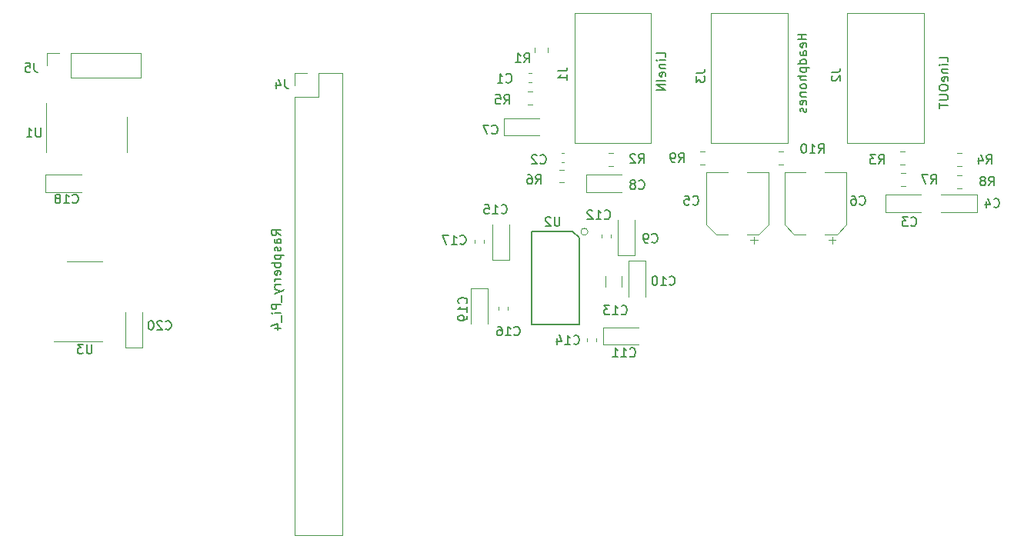
<source format=gbr>
%TF.GenerationSoftware,KiCad,Pcbnew,5.1.6-c6e7f7d~87~ubuntu18.04.1*%
%TF.CreationDate,2021-03-30T09:08:54+02:00*%
%TF.ProjectId,bz-hat,627a2d68-6174-42e6-9b69-6361645f7063,rev?*%
%TF.SameCoordinates,Original*%
%TF.FileFunction,Legend,Bot*%
%TF.FilePolarity,Positive*%
%FSLAX46Y46*%
G04 Gerber Fmt 4.6, Leading zero omitted, Abs format (unit mm)*
G04 Created by KiCad (PCBNEW 5.1.6-c6e7f7d~87~ubuntu18.04.1) date 2021-03-30 09:08:54*
%MOMM*%
%LPD*%
G01*
G04 APERTURE LIST*
%ADD10C,0.120000*%
%ADD11C,0.100000*%
%ADD12C,0.203200*%
%ADD13C,0.150000*%
G04 APERTURE END LIST*
D10*
%TO.C,C19*%
X149245000Y-79640000D02*
X149245000Y-75730000D01*
X149245000Y-75730000D02*
X151115000Y-75730000D01*
X151115000Y-75730000D02*
X151115000Y-79640000D01*
%TO.C,C14*%
X163110000Y-81237221D02*
X163110000Y-81562779D01*
X162090000Y-81237221D02*
X162090000Y-81562779D01*
%TO.C,U3*%
X106800000Y-81635000D02*
X103350000Y-81635000D01*
X106800000Y-81635000D02*
X108750000Y-81635000D01*
X106800000Y-72765000D02*
X104850000Y-72765000D01*
X106800000Y-72765000D02*
X108750000Y-72765000D01*
%TO.C,U1*%
X102565000Y-58800000D02*
X102565000Y-55350000D01*
X102565000Y-58800000D02*
X102565000Y-60750000D01*
X111435000Y-58800000D02*
X111435000Y-56850000D01*
X111435000Y-58800000D02*
X111435000Y-60750000D01*
%TO.C,C20*%
X113135000Y-78400000D02*
X113135000Y-82310000D01*
X113135000Y-82310000D02*
X111265000Y-82310000D01*
X111265000Y-82310000D02*
X111265000Y-78400000D01*
%TO.C,C18*%
X106400000Y-65135000D02*
X102490000Y-65135000D01*
X102490000Y-65135000D02*
X102490000Y-63265000D01*
X102490000Y-63265000D02*
X106400000Y-63265000D01*
%TO.C,C13*%
X164090000Y-74397936D02*
X164090000Y-75602064D01*
X165910000Y-74397936D02*
X165910000Y-75602064D01*
%TO.C,J4*%
X129900000Y-102960000D02*
X135100000Y-102960000D01*
X129900000Y-54640000D02*
X129900000Y-102960000D01*
X135100000Y-52040000D02*
X135100000Y-102960000D01*
X129900000Y-54640000D02*
X132500000Y-54640000D01*
X132500000Y-54640000D02*
X132500000Y-52040000D01*
X132500000Y-52040000D02*
X135100000Y-52040000D01*
X129900000Y-53370000D02*
X129900000Y-52040000D01*
X129900000Y-52040000D02*
X131230000Y-52040000D01*
%TO.C,J3*%
X175980000Y-45480000D02*
X175680000Y-45480000D01*
X175680000Y-45480000D02*
X175680000Y-59720000D01*
X175680000Y-59720000D02*
X184120000Y-59720000D01*
X184120000Y-59720000D02*
X184120000Y-45490000D01*
D11*
X184120000Y-45480000D02*
X182220000Y-45480000D01*
D10*
X182210000Y-45480000D02*
X175980000Y-45480000D01*
%TO.C,J2*%
X190980000Y-45480000D02*
X190680000Y-45480000D01*
X190680000Y-45480000D02*
X190680000Y-59720000D01*
X190680000Y-59720000D02*
X199120000Y-59720000D01*
X199120000Y-59720000D02*
X199120000Y-45490000D01*
D11*
X199120000Y-45480000D02*
X197220000Y-45480000D01*
D10*
X197210000Y-45480000D02*
X190980000Y-45480000D01*
%TO.C,J1*%
X160980000Y-45480000D02*
X160680000Y-45480000D01*
X160680000Y-45480000D02*
X160680000Y-59720000D01*
X160680000Y-59720000D02*
X169120000Y-59720000D01*
X169120000Y-59720000D02*
X169120000Y-45490000D01*
D11*
X169120000Y-45480000D02*
X167220000Y-45480000D01*
D10*
X167210000Y-45480000D02*
X160980000Y-45480000D01*
%TO.C,C15*%
X151665000Y-72660000D02*
X151665000Y-68750000D01*
X153535000Y-72660000D02*
X151665000Y-72660000D01*
X153535000Y-68750000D02*
X153535000Y-72660000D01*
%TO.C,C11*%
X163840000Y-80065000D02*
X167750000Y-80065000D01*
X163840000Y-81935000D02*
X163840000Y-80065000D01*
X167750000Y-81935000D02*
X163840000Y-81935000D01*
%TO.C,C1*%
X155962779Y-53110000D02*
X155637221Y-53110000D01*
X155962779Y-52090000D02*
X155637221Y-52090000D01*
%TO.C,R4*%
X202803922Y-60890000D02*
X203321078Y-60890000D01*
X202803922Y-62310000D02*
X203321078Y-62310000D01*
%TO.C,C9*%
X165465000Y-72110000D02*
X165465000Y-68200000D01*
X167335000Y-72110000D02*
X165465000Y-72110000D01*
X167335000Y-68200000D02*
X167335000Y-72110000D01*
%TO.C,C16*%
X152290000Y-78150279D02*
X152290000Y-77824721D01*
X153310000Y-78150279D02*
X153310000Y-77824721D01*
%TO.C,R7*%
X197121078Y-64510000D02*
X196603922Y-64510000D01*
X197121078Y-63090000D02*
X196603922Y-63090000D01*
%TO.C,R6*%
X159003922Y-62690000D02*
X159521078Y-62690000D01*
X159003922Y-64110000D02*
X159521078Y-64110000D01*
D11*
%TO.C,U2*%
X162156000Y-69520000D02*
G75*
G03*
X162156000Y-69520000I-381000J0D01*
G01*
D12*
X156000000Y-79700000D02*
X156000000Y-69500000D01*
X161200000Y-79700000D02*
X156000000Y-79700000D01*
X161200000Y-70210380D02*
X161200000Y-79700000D01*
X160489630Y-69500000D02*
X161200000Y-70210380D01*
X156000000Y-69500000D02*
X160489630Y-69500000D01*
D10*
%TO.C,J5*%
X102650000Y-49870000D02*
X102650000Y-51200000D01*
X103980000Y-49870000D02*
X102650000Y-49870000D01*
X105250000Y-49870000D02*
X105250000Y-52530000D01*
X105250000Y-52530000D02*
X112930000Y-52530000D01*
X105250000Y-49870000D02*
X112930000Y-49870000D01*
X112930000Y-49870000D02*
X112930000Y-52530000D01*
%TO.C,R1*%
X157710000Y-49278922D02*
X157710000Y-49796078D01*
X156290000Y-49278922D02*
X156290000Y-49796078D01*
%TO.C,R9*%
X175058578Y-62110000D02*
X174541422Y-62110000D01*
X175058578Y-60690000D02*
X174541422Y-60690000D01*
%TO.C,C2*%
X159562779Y-61910000D02*
X159237221Y-61910000D01*
X159562779Y-60890000D02*
X159237221Y-60890000D01*
%TO.C,R10*%
X183141422Y-60690000D02*
X183658578Y-60690000D01*
X183141422Y-62110000D02*
X183658578Y-62110000D01*
%TO.C,C10*%
X168535000Y-72740000D02*
X168535000Y-76650000D01*
X166665000Y-72740000D02*
X168535000Y-72740000D01*
X166665000Y-76650000D02*
X166665000Y-72740000D01*
%TO.C,R5*%
X155541422Y-54090000D02*
X156058578Y-54090000D01*
X155541422Y-55510000D02*
X156058578Y-55510000D01*
%TO.C,C6*%
X189441250Y-70443750D02*
X188653750Y-70443750D01*
X189047500Y-70837500D02*
X189047500Y-70050000D01*
X184854437Y-69810000D02*
X183790000Y-68745563D01*
X189545563Y-69810000D02*
X190610000Y-68745563D01*
X189545563Y-69810000D02*
X188260000Y-69810000D01*
X184854437Y-69810000D02*
X186140000Y-69810000D01*
X183790000Y-68745563D02*
X183790000Y-62990000D01*
X190610000Y-68745563D02*
X190610000Y-62990000D01*
X190610000Y-62990000D02*
X188260000Y-62990000D01*
X183790000Y-62990000D02*
X186140000Y-62990000D01*
%TO.C,C3*%
X194940000Y-65465000D02*
X198850000Y-65465000D01*
X194940000Y-67335000D02*
X194940000Y-65465000D01*
X198850000Y-67335000D02*
X194940000Y-67335000D01*
%TO.C,C7*%
X152940000Y-57065000D02*
X156850000Y-57065000D01*
X152940000Y-58935000D02*
X152940000Y-57065000D01*
X156850000Y-58935000D02*
X152940000Y-58935000D01*
%TO.C,C17*%
X150710000Y-70437221D02*
X150710000Y-70762779D01*
X149690000Y-70437221D02*
X149690000Y-70762779D01*
%TO.C,R3*%
X197058578Y-62110000D02*
X196541422Y-62110000D01*
X197058578Y-60690000D02*
X196541422Y-60690000D01*
%TO.C,C8*%
X161940000Y-63265000D02*
X165850000Y-63265000D01*
X161940000Y-65135000D02*
X161940000Y-63265000D01*
X165850000Y-65135000D02*
X161940000Y-65135000D01*
%TO.C,C5*%
X180841250Y-70443750D02*
X180053750Y-70443750D01*
X180447500Y-70837500D02*
X180447500Y-70050000D01*
X176254437Y-69810000D02*
X175190000Y-68745563D01*
X180945563Y-69810000D02*
X182010000Y-68745563D01*
X180945563Y-69810000D02*
X179660000Y-69810000D01*
X176254437Y-69810000D02*
X177540000Y-69810000D01*
X175190000Y-68745563D02*
X175190000Y-62990000D01*
X182010000Y-68745563D02*
X182010000Y-62990000D01*
X182010000Y-62990000D02*
X179660000Y-62990000D01*
X175190000Y-62990000D02*
X177540000Y-62990000D01*
%TO.C,R2*%
X164921078Y-62310000D02*
X164403922Y-62310000D01*
X164921078Y-60890000D02*
X164403922Y-60890000D01*
%TO.C,C12*%
X163690000Y-70162779D02*
X163690000Y-69837221D01*
X164710000Y-70162779D02*
X164710000Y-69837221D01*
%TO.C,R8*%
X202803922Y-63290000D02*
X203321078Y-63290000D01*
X202803922Y-64710000D02*
X203321078Y-64710000D01*
%TO.C,C4*%
X204960000Y-67335000D02*
X201050000Y-67335000D01*
X204960000Y-65465000D02*
X204960000Y-67335000D01*
X201050000Y-65465000D02*
X204960000Y-65465000D01*
%TO.C,C19*%
D13*
X148787142Y-77397142D02*
X148834761Y-77349523D01*
X148882380Y-77206666D01*
X148882380Y-77111428D01*
X148834761Y-76968571D01*
X148739523Y-76873333D01*
X148644285Y-76825714D01*
X148453809Y-76778095D01*
X148310952Y-76778095D01*
X148120476Y-76825714D01*
X148025238Y-76873333D01*
X147930000Y-76968571D01*
X147882380Y-77111428D01*
X147882380Y-77206666D01*
X147930000Y-77349523D01*
X147977619Y-77397142D01*
X148882380Y-78349523D02*
X148882380Y-77778095D01*
X148882380Y-78063809D02*
X147882380Y-78063809D01*
X148025238Y-77968571D01*
X148120476Y-77873333D01*
X148168095Y-77778095D01*
X148882380Y-78825714D02*
X148882380Y-79016190D01*
X148834761Y-79111428D01*
X148787142Y-79159047D01*
X148644285Y-79254285D01*
X148453809Y-79301904D01*
X148072857Y-79301904D01*
X147977619Y-79254285D01*
X147930000Y-79206666D01*
X147882380Y-79111428D01*
X147882380Y-78920952D01*
X147930000Y-78825714D01*
X147977619Y-78778095D01*
X148072857Y-78730476D01*
X148310952Y-78730476D01*
X148406190Y-78778095D01*
X148453809Y-78825714D01*
X148501428Y-78920952D01*
X148501428Y-79111428D01*
X148453809Y-79206666D01*
X148406190Y-79254285D01*
X148310952Y-79301904D01*
%TO.C,C14*%
X160602857Y-81827142D02*
X160650476Y-81874761D01*
X160793333Y-81922380D01*
X160888571Y-81922380D01*
X161031428Y-81874761D01*
X161126666Y-81779523D01*
X161174285Y-81684285D01*
X161221904Y-81493809D01*
X161221904Y-81350952D01*
X161174285Y-81160476D01*
X161126666Y-81065238D01*
X161031428Y-80970000D01*
X160888571Y-80922380D01*
X160793333Y-80922380D01*
X160650476Y-80970000D01*
X160602857Y-81017619D01*
X159650476Y-81922380D02*
X160221904Y-81922380D01*
X159936190Y-81922380D02*
X159936190Y-80922380D01*
X160031428Y-81065238D01*
X160126666Y-81160476D01*
X160221904Y-81208095D01*
X158793333Y-81255714D02*
X158793333Y-81922380D01*
X159031428Y-80874761D02*
X159269523Y-81589047D01*
X158650476Y-81589047D01*
%TO.C,U3*%
X107561904Y-81932380D02*
X107561904Y-82741904D01*
X107514285Y-82837142D01*
X107466666Y-82884761D01*
X107371428Y-82932380D01*
X107180952Y-82932380D01*
X107085714Y-82884761D01*
X107038095Y-82837142D01*
X106990476Y-82741904D01*
X106990476Y-81932380D01*
X106609523Y-81932380D02*
X105990476Y-81932380D01*
X106323809Y-82313333D01*
X106180952Y-82313333D01*
X106085714Y-82360952D01*
X106038095Y-82408571D01*
X105990476Y-82503809D01*
X105990476Y-82741904D01*
X106038095Y-82837142D01*
X106085714Y-82884761D01*
X106180952Y-82932380D01*
X106466666Y-82932380D01*
X106561904Y-82884761D01*
X106609523Y-82837142D01*
%TO.C,U1*%
X101961904Y-58102380D02*
X101961904Y-58911904D01*
X101914285Y-59007142D01*
X101866666Y-59054761D01*
X101771428Y-59102380D01*
X101580952Y-59102380D01*
X101485714Y-59054761D01*
X101438095Y-59007142D01*
X101390476Y-58911904D01*
X101390476Y-58102380D01*
X100390476Y-59102380D02*
X100961904Y-59102380D01*
X100676190Y-59102380D02*
X100676190Y-58102380D01*
X100771428Y-58245238D01*
X100866666Y-58340476D01*
X100961904Y-58388095D01*
%TO.C,C20*%
X115692857Y-80227142D02*
X115740476Y-80274761D01*
X115883333Y-80322380D01*
X115978571Y-80322380D01*
X116121428Y-80274761D01*
X116216666Y-80179523D01*
X116264285Y-80084285D01*
X116311904Y-79893809D01*
X116311904Y-79750952D01*
X116264285Y-79560476D01*
X116216666Y-79465238D01*
X116121428Y-79370000D01*
X115978571Y-79322380D01*
X115883333Y-79322380D01*
X115740476Y-79370000D01*
X115692857Y-79417619D01*
X115311904Y-79417619D02*
X115264285Y-79370000D01*
X115169047Y-79322380D01*
X114930952Y-79322380D01*
X114835714Y-79370000D01*
X114788095Y-79417619D01*
X114740476Y-79512857D01*
X114740476Y-79608095D01*
X114788095Y-79750952D01*
X115359523Y-80322380D01*
X114740476Y-80322380D01*
X114121428Y-79322380D02*
X114026190Y-79322380D01*
X113930952Y-79370000D01*
X113883333Y-79417619D01*
X113835714Y-79512857D01*
X113788095Y-79703333D01*
X113788095Y-79941428D01*
X113835714Y-80131904D01*
X113883333Y-80227142D01*
X113930952Y-80274761D01*
X114026190Y-80322380D01*
X114121428Y-80322380D01*
X114216666Y-80274761D01*
X114264285Y-80227142D01*
X114311904Y-80131904D01*
X114359523Y-79941428D01*
X114359523Y-79703333D01*
X114311904Y-79512857D01*
X114264285Y-79417619D01*
X114216666Y-79370000D01*
X114121428Y-79322380D01*
%TO.C,C18*%
X105442857Y-66307142D02*
X105490476Y-66354761D01*
X105633333Y-66402380D01*
X105728571Y-66402380D01*
X105871428Y-66354761D01*
X105966666Y-66259523D01*
X106014285Y-66164285D01*
X106061904Y-65973809D01*
X106061904Y-65830952D01*
X106014285Y-65640476D01*
X105966666Y-65545238D01*
X105871428Y-65450000D01*
X105728571Y-65402380D01*
X105633333Y-65402380D01*
X105490476Y-65450000D01*
X105442857Y-65497619D01*
X104490476Y-66402380D02*
X105061904Y-66402380D01*
X104776190Y-66402380D02*
X104776190Y-65402380D01*
X104871428Y-65545238D01*
X104966666Y-65640476D01*
X105061904Y-65688095D01*
X103919047Y-65830952D02*
X104014285Y-65783333D01*
X104061904Y-65735714D01*
X104109523Y-65640476D01*
X104109523Y-65592857D01*
X104061904Y-65497619D01*
X104014285Y-65450000D01*
X103919047Y-65402380D01*
X103728571Y-65402380D01*
X103633333Y-65450000D01*
X103585714Y-65497619D01*
X103538095Y-65592857D01*
X103538095Y-65640476D01*
X103585714Y-65735714D01*
X103633333Y-65783333D01*
X103728571Y-65830952D01*
X103919047Y-65830952D01*
X104014285Y-65878571D01*
X104061904Y-65926190D01*
X104109523Y-66021428D01*
X104109523Y-66211904D01*
X104061904Y-66307142D01*
X104014285Y-66354761D01*
X103919047Y-66402380D01*
X103728571Y-66402380D01*
X103633333Y-66354761D01*
X103585714Y-66307142D01*
X103538095Y-66211904D01*
X103538095Y-66021428D01*
X103585714Y-65926190D01*
X103633333Y-65878571D01*
X103728571Y-65830952D01*
%TO.C,C13*%
X165842857Y-78557142D02*
X165890476Y-78604761D01*
X166033333Y-78652380D01*
X166128571Y-78652380D01*
X166271428Y-78604761D01*
X166366666Y-78509523D01*
X166414285Y-78414285D01*
X166461904Y-78223809D01*
X166461904Y-78080952D01*
X166414285Y-77890476D01*
X166366666Y-77795238D01*
X166271428Y-77700000D01*
X166128571Y-77652380D01*
X166033333Y-77652380D01*
X165890476Y-77700000D01*
X165842857Y-77747619D01*
X164890476Y-78652380D02*
X165461904Y-78652380D01*
X165176190Y-78652380D02*
X165176190Y-77652380D01*
X165271428Y-77795238D01*
X165366666Y-77890476D01*
X165461904Y-77938095D01*
X164557142Y-77652380D02*
X163938095Y-77652380D01*
X164271428Y-78033333D01*
X164128571Y-78033333D01*
X164033333Y-78080952D01*
X163985714Y-78128571D01*
X163938095Y-78223809D01*
X163938095Y-78461904D01*
X163985714Y-78557142D01*
X164033333Y-78604761D01*
X164128571Y-78652380D01*
X164414285Y-78652380D01*
X164509523Y-78604761D01*
X164557142Y-78557142D01*
%TO.C,J4*%
X128793333Y-52742380D02*
X128793333Y-53456666D01*
X128840952Y-53599523D01*
X128936190Y-53694761D01*
X129079047Y-53742380D01*
X129174285Y-53742380D01*
X127888571Y-53075714D02*
X127888571Y-53742380D01*
X128126666Y-52694761D02*
X128364761Y-53409047D01*
X127745714Y-53409047D01*
X128352380Y-69932857D02*
X127876190Y-69599523D01*
X128352380Y-69361428D02*
X127352380Y-69361428D01*
X127352380Y-69742380D01*
X127400000Y-69837619D01*
X127447619Y-69885238D01*
X127542857Y-69932857D01*
X127685714Y-69932857D01*
X127780952Y-69885238D01*
X127828571Y-69837619D01*
X127876190Y-69742380D01*
X127876190Y-69361428D01*
X128352380Y-70790000D02*
X127828571Y-70790000D01*
X127733333Y-70742380D01*
X127685714Y-70647142D01*
X127685714Y-70456666D01*
X127733333Y-70361428D01*
X128304761Y-70790000D02*
X128352380Y-70694761D01*
X128352380Y-70456666D01*
X128304761Y-70361428D01*
X128209523Y-70313809D01*
X128114285Y-70313809D01*
X128019047Y-70361428D01*
X127971428Y-70456666D01*
X127971428Y-70694761D01*
X127923809Y-70790000D01*
X128304761Y-71218571D02*
X128352380Y-71313809D01*
X128352380Y-71504285D01*
X128304761Y-71599523D01*
X128209523Y-71647142D01*
X128161904Y-71647142D01*
X128066666Y-71599523D01*
X128019047Y-71504285D01*
X128019047Y-71361428D01*
X127971428Y-71266190D01*
X127876190Y-71218571D01*
X127828571Y-71218571D01*
X127733333Y-71266190D01*
X127685714Y-71361428D01*
X127685714Y-71504285D01*
X127733333Y-71599523D01*
X127685714Y-72075714D02*
X128685714Y-72075714D01*
X127733333Y-72075714D02*
X127685714Y-72170952D01*
X127685714Y-72361428D01*
X127733333Y-72456666D01*
X127780952Y-72504285D01*
X127876190Y-72551904D01*
X128161904Y-72551904D01*
X128257142Y-72504285D01*
X128304761Y-72456666D01*
X128352380Y-72361428D01*
X128352380Y-72170952D01*
X128304761Y-72075714D01*
X128352380Y-72980476D02*
X127352380Y-72980476D01*
X127733333Y-72980476D02*
X127685714Y-73075714D01*
X127685714Y-73266190D01*
X127733333Y-73361428D01*
X127780952Y-73409047D01*
X127876190Y-73456666D01*
X128161904Y-73456666D01*
X128257142Y-73409047D01*
X128304761Y-73361428D01*
X128352380Y-73266190D01*
X128352380Y-73075714D01*
X128304761Y-72980476D01*
X128304761Y-74266190D02*
X128352380Y-74170952D01*
X128352380Y-73980476D01*
X128304761Y-73885238D01*
X128209523Y-73837619D01*
X127828571Y-73837619D01*
X127733333Y-73885238D01*
X127685714Y-73980476D01*
X127685714Y-74170952D01*
X127733333Y-74266190D01*
X127828571Y-74313809D01*
X127923809Y-74313809D01*
X128019047Y-73837619D01*
X128352380Y-74742380D02*
X127685714Y-74742380D01*
X127876190Y-74742380D02*
X127780952Y-74790000D01*
X127733333Y-74837619D01*
X127685714Y-74932857D01*
X127685714Y-75028095D01*
X128352380Y-75361428D02*
X127685714Y-75361428D01*
X127876190Y-75361428D02*
X127780952Y-75409047D01*
X127733333Y-75456666D01*
X127685714Y-75551904D01*
X127685714Y-75647142D01*
X127685714Y-75885238D02*
X128352380Y-76123333D01*
X127685714Y-76361428D02*
X128352380Y-76123333D01*
X128590476Y-76028095D01*
X128638095Y-75980476D01*
X128685714Y-75885238D01*
X128447619Y-76504285D02*
X128447619Y-77266190D01*
X128352380Y-77504285D02*
X127352380Y-77504285D01*
X127352380Y-77885238D01*
X127400000Y-77980476D01*
X127447619Y-78028095D01*
X127542857Y-78075714D01*
X127685714Y-78075714D01*
X127780952Y-78028095D01*
X127828571Y-77980476D01*
X127876190Y-77885238D01*
X127876190Y-77504285D01*
X128352380Y-78504285D02*
X127685714Y-78504285D01*
X127352380Y-78504285D02*
X127400000Y-78456666D01*
X127447619Y-78504285D01*
X127400000Y-78551904D01*
X127352380Y-78504285D01*
X127447619Y-78504285D01*
X128447619Y-78742380D02*
X128447619Y-79504285D01*
X127685714Y-80170952D02*
X128352380Y-80170952D01*
X127304761Y-79932857D02*
X128019047Y-79694761D01*
X128019047Y-80313809D01*
%TO.C,J3*%
X174052380Y-52026666D02*
X174766666Y-52026666D01*
X174909523Y-51979047D01*
X175004761Y-51883809D01*
X175052380Y-51740952D01*
X175052380Y-51645714D01*
X174052380Y-52407619D02*
X174052380Y-53026666D01*
X174433333Y-52693333D01*
X174433333Y-52836190D01*
X174480952Y-52931428D01*
X174528571Y-52979047D01*
X174623809Y-53026666D01*
X174861904Y-53026666D01*
X174957142Y-52979047D01*
X175004761Y-52931428D01*
X175052380Y-52836190D01*
X175052380Y-52550476D01*
X175004761Y-52455238D01*
X174957142Y-52407619D01*
X186222380Y-47778095D02*
X185222380Y-47778095D01*
X185698571Y-47778095D02*
X185698571Y-48349523D01*
X186222380Y-48349523D02*
X185222380Y-48349523D01*
X186174761Y-49206666D02*
X186222380Y-49111428D01*
X186222380Y-48920952D01*
X186174761Y-48825714D01*
X186079523Y-48778095D01*
X185698571Y-48778095D01*
X185603333Y-48825714D01*
X185555714Y-48920952D01*
X185555714Y-49111428D01*
X185603333Y-49206666D01*
X185698571Y-49254285D01*
X185793809Y-49254285D01*
X185889047Y-48778095D01*
X186222380Y-50111428D02*
X185698571Y-50111428D01*
X185603333Y-50063809D01*
X185555714Y-49968571D01*
X185555714Y-49778095D01*
X185603333Y-49682857D01*
X186174761Y-50111428D02*
X186222380Y-50016190D01*
X186222380Y-49778095D01*
X186174761Y-49682857D01*
X186079523Y-49635238D01*
X185984285Y-49635238D01*
X185889047Y-49682857D01*
X185841428Y-49778095D01*
X185841428Y-50016190D01*
X185793809Y-50111428D01*
X186222380Y-51016190D02*
X185222380Y-51016190D01*
X186174761Y-51016190D02*
X186222380Y-50920952D01*
X186222380Y-50730476D01*
X186174761Y-50635238D01*
X186127142Y-50587619D01*
X186031904Y-50540000D01*
X185746190Y-50540000D01*
X185650952Y-50587619D01*
X185603333Y-50635238D01*
X185555714Y-50730476D01*
X185555714Y-50920952D01*
X185603333Y-51016190D01*
X185555714Y-51492380D02*
X186555714Y-51492380D01*
X185603333Y-51492380D02*
X185555714Y-51587619D01*
X185555714Y-51778095D01*
X185603333Y-51873333D01*
X185650952Y-51920952D01*
X185746190Y-51968571D01*
X186031904Y-51968571D01*
X186127142Y-51920952D01*
X186174761Y-51873333D01*
X186222380Y-51778095D01*
X186222380Y-51587619D01*
X186174761Y-51492380D01*
X186222380Y-52397142D02*
X185222380Y-52397142D01*
X186222380Y-52825714D02*
X185698571Y-52825714D01*
X185603333Y-52778095D01*
X185555714Y-52682857D01*
X185555714Y-52540000D01*
X185603333Y-52444761D01*
X185650952Y-52397142D01*
X186222380Y-53444761D02*
X186174761Y-53349523D01*
X186127142Y-53301904D01*
X186031904Y-53254285D01*
X185746190Y-53254285D01*
X185650952Y-53301904D01*
X185603333Y-53349523D01*
X185555714Y-53444761D01*
X185555714Y-53587619D01*
X185603333Y-53682857D01*
X185650952Y-53730476D01*
X185746190Y-53778095D01*
X186031904Y-53778095D01*
X186127142Y-53730476D01*
X186174761Y-53682857D01*
X186222380Y-53587619D01*
X186222380Y-53444761D01*
X185555714Y-54206666D02*
X186222380Y-54206666D01*
X185650952Y-54206666D02*
X185603333Y-54254285D01*
X185555714Y-54349523D01*
X185555714Y-54492380D01*
X185603333Y-54587619D01*
X185698571Y-54635238D01*
X186222380Y-54635238D01*
X186174761Y-55492380D02*
X186222380Y-55397142D01*
X186222380Y-55206666D01*
X186174761Y-55111428D01*
X186079523Y-55063809D01*
X185698571Y-55063809D01*
X185603333Y-55111428D01*
X185555714Y-55206666D01*
X185555714Y-55397142D01*
X185603333Y-55492380D01*
X185698571Y-55540000D01*
X185793809Y-55540000D01*
X185889047Y-55063809D01*
X186174761Y-55920952D02*
X186222380Y-56016190D01*
X186222380Y-56206666D01*
X186174761Y-56301904D01*
X186079523Y-56349523D01*
X186031904Y-56349523D01*
X185936666Y-56301904D01*
X185889047Y-56206666D01*
X185889047Y-56063809D01*
X185841428Y-55968571D01*
X185746190Y-55920952D01*
X185698571Y-55920952D01*
X185603333Y-55968571D01*
X185555714Y-56063809D01*
X185555714Y-56206666D01*
X185603333Y-56301904D01*
%TO.C,J2*%
X188952380Y-51936666D02*
X189666666Y-51936666D01*
X189809523Y-51889047D01*
X189904761Y-51793809D01*
X189952380Y-51650952D01*
X189952380Y-51555714D01*
X189047619Y-52365238D02*
X189000000Y-52412857D01*
X188952380Y-52508095D01*
X188952380Y-52746190D01*
X189000000Y-52841428D01*
X189047619Y-52889047D01*
X189142857Y-52936666D01*
X189238095Y-52936666D01*
X189380952Y-52889047D01*
X189952380Y-52317619D01*
X189952380Y-52936666D01*
X201802380Y-50811904D02*
X201802380Y-50335714D01*
X200802380Y-50335714D01*
X201802380Y-51145238D02*
X201135714Y-51145238D01*
X200802380Y-51145238D02*
X200850000Y-51097619D01*
X200897619Y-51145238D01*
X200850000Y-51192857D01*
X200802380Y-51145238D01*
X200897619Y-51145238D01*
X201135714Y-51621428D02*
X201802380Y-51621428D01*
X201230952Y-51621428D02*
X201183333Y-51669047D01*
X201135714Y-51764285D01*
X201135714Y-51907142D01*
X201183333Y-52002380D01*
X201278571Y-52050000D01*
X201802380Y-52050000D01*
X201754761Y-52907142D02*
X201802380Y-52811904D01*
X201802380Y-52621428D01*
X201754761Y-52526190D01*
X201659523Y-52478571D01*
X201278571Y-52478571D01*
X201183333Y-52526190D01*
X201135714Y-52621428D01*
X201135714Y-52811904D01*
X201183333Y-52907142D01*
X201278571Y-52954761D01*
X201373809Y-52954761D01*
X201469047Y-52478571D01*
X200802380Y-53573809D02*
X200802380Y-53764285D01*
X200850000Y-53859523D01*
X200945238Y-53954761D01*
X201135714Y-54002380D01*
X201469047Y-54002380D01*
X201659523Y-53954761D01*
X201754761Y-53859523D01*
X201802380Y-53764285D01*
X201802380Y-53573809D01*
X201754761Y-53478571D01*
X201659523Y-53383333D01*
X201469047Y-53335714D01*
X201135714Y-53335714D01*
X200945238Y-53383333D01*
X200850000Y-53478571D01*
X200802380Y-53573809D01*
X200802380Y-54430952D02*
X201611904Y-54430952D01*
X201707142Y-54478571D01*
X201754761Y-54526190D01*
X201802380Y-54621428D01*
X201802380Y-54811904D01*
X201754761Y-54907142D01*
X201707142Y-54954761D01*
X201611904Y-55002380D01*
X200802380Y-55002380D01*
X200802380Y-55335714D02*
X200802380Y-55907142D01*
X201802380Y-55621428D02*
X200802380Y-55621428D01*
%TO.C,J1*%
X158882380Y-51826666D02*
X159596666Y-51826666D01*
X159739523Y-51779047D01*
X159834761Y-51683809D01*
X159882380Y-51540952D01*
X159882380Y-51445714D01*
X159882380Y-52826666D02*
X159882380Y-52255238D01*
X159882380Y-52540952D02*
X158882380Y-52540952D01*
X159025238Y-52445714D01*
X159120476Y-52350476D01*
X159168095Y-52255238D01*
X170712380Y-50298571D02*
X170712380Y-49822380D01*
X169712380Y-49822380D01*
X170712380Y-50631904D02*
X170045714Y-50631904D01*
X169712380Y-50631904D02*
X169760000Y-50584285D01*
X169807619Y-50631904D01*
X169760000Y-50679523D01*
X169712380Y-50631904D01*
X169807619Y-50631904D01*
X170045714Y-51108095D02*
X170712380Y-51108095D01*
X170140952Y-51108095D02*
X170093333Y-51155714D01*
X170045714Y-51250952D01*
X170045714Y-51393809D01*
X170093333Y-51489047D01*
X170188571Y-51536666D01*
X170712380Y-51536666D01*
X170664761Y-52393809D02*
X170712380Y-52298571D01*
X170712380Y-52108095D01*
X170664761Y-52012857D01*
X170569523Y-51965238D01*
X170188571Y-51965238D01*
X170093333Y-52012857D01*
X170045714Y-52108095D01*
X170045714Y-52298571D01*
X170093333Y-52393809D01*
X170188571Y-52441428D01*
X170283809Y-52441428D01*
X170379047Y-51965238D01*
X170712380Y-52870000D02*
X169712380Y-52870000D01*
X170712380Y-53346190D02*
X169712380Y-53346190D01*
X170712380Y-53917619D01*
X169712380Y-53917619D01*
%TO.C,C15*%
X152632857Y-67437142D02*
X152680476Y-67484761D01*
X152823333Y-67532380D01*
X152918571Y-67532380D01*
X153061428Y-67484761D01*
X153156666Y-67389523D01*
X153204285Y-67294285D01*
X153251904Y-67103809D01*
X153251904Y-66960952D01*
X153204285Y-66770476D01*
X153156666Y-66675238D01*
X153061428Y-66580000D01*
X152918571Y-66532380D01*
X152823333Y-66532380D01*
X152680476Y-66580000D01*
X152632857Y-66627619D01*
X151680476Y-67532380D02*
X152251904Y-67532380D01*
X151966190Y-67532380D02*
X151966190Y-66532380D01*
X152061428Y-66675238D01*
X152156666Y-66770476D01*
X152251904Y-66818095D01*
X150775714Y-66532380D02*
X151251904Y-66532380D01*
X151299523Y-67008571D01*
X151251904Y-66960952D01*
X151156666Y-66913333D01*
X150918571Y-66913333D01*
X150823333Y-66960952D01*
X150775714Y-67008571D01*
X150728095Y-67103809D01*
X150728095Y-67341904D01*
X150775714Y-67437142D01*
X150823333Y-67484761D01*
X150918571Y-67532380D01*
X151156666Y-67532380D01*
X151251904Y-67484761D01*
X151299523Y-67437142D01*
%TO.C,C11*%
X166782857Y-83217142D02*
X166830476Y-83264761D01*
X166973333Y-83312380D01*
X167068571Y-83312380D01*
X167211428Y-83264761D01*
X167306666Y-83169523D01*
X167354285Y-83074285D01*
X167401904Y-82883809D01*
X167401904Y-82740952D01*
X167354285Y-82550476D01*
X167306666Y-82455238D01*
X167211428Y-82360000D01*
X167068571Y-82312380D01*
X166973333Y-82312380D01*
X166830476Y-82360000D01*
X166782857Y-82407619D01*
X165830476Y-83312380D02*
X166401904Y-83312380D01*
X166116190Y-83312380D02*
X166116190Y-82312380D01*
X166211428Y-82455238D01*
X166306666Y-82550476D01*
X166401904Y-82598095D01*
X164878095Y-83312380D02*
X165449523Y-83312380D01*
X165163809Y-83312380D02*
X165163809Y-82312380D01*
X165259047Y-82455238D01*
X165354285Y-82550476D01*
X165449523Y-82598095D01*
%TO.C,C1*%
X153166666Y-53017142D02*
X153214285Y-53064761D01*
X153357142Y-53112380D01*
X153452380Y-53112380D01*
X153595238Y-53064761D01*
X153690476Y-52969523D01*
X153738095Y-52874285D01*
X153785714Y-52683809D01*
X153785714Y-52540952D01*
X153738095Y-52350476D01*
X153690476Y-52255238D01*
X153595238Y-52160000D01*
X153452380Y-52112380D01*
X153357142Y-52112380D01*
X153214285Y-52160000D01*
X153166666Y-52207619D01*
X152214285Y-53112380D02*
X152785714Y-53112380D01*
X152500000Y-53112380D02*
X152500000Y-52112380D01*
X152595238Y-52255238D01*
X152690476Y-52350476D01*
X152785714Y-52398095D01*
%TO.C,R4*%
X206036666Y-62032380D02*
X206370000Y-61556190D01*
X206608095Y-62032380D02*
X206608095Y-61032380D01*
X206227142Y-61032380D01*
X206131904Y-61080000D01*
X206084285Y-61127619D01*
X206036666Y-61222857D01*
X206036666Y-61365714D01*
X206084285Y-61460952D01*
X206131904Y-61508571D01*
X206227142Y-61556190D01*
X206608095Y-61556190D01*
X205179523Y-61365714D02*
X205179523Y-62032380D01*
X205417619Y-60984761D02*
X205655714Y-61699047D01*
X205036666Y-61699047D01*
%TO.C,C9*%
X169206666Y-70637142D02*
X169254285Y-70684761D01*
X169397142Y-70732380D01*
X169492380Y-70732380D01*
X169635238Y-70684761D01*
X169730476Y-70589523D01*
X169778095Y-70494285D01*
X169825714Y-70303809D01*
X169825714Y-70160952D01*
X169778095Y-69970476D01*
X169730476Y-69875238D01*
X169635238Y-69780000D01*
X169492380Y-69732380D01*
X169397142Y-69732380D01*
X169254285Y-69780000D01*
X169206666Y-69827619D01*
X168730476Y-70732380D02*
X168540000Y-70732380D01*
X168444761Y-70684761D01*
X168397142Y-70637142D01*
X168301904Y-70494285D01*
X168254285Y-70303809D01*
X168254285Y-69922857D01*
X168301904Y-69827619D01*
X168349523Y-69780000D01*
X168444761Y-69732380D01*
X168635238Y-69732380D01*
X168730476Y-69780000D01*
X168778095Y-69827619D01*
X168825714Y-69922857D01*
X168825714Y-70160952D01*
X168778095Y-70256190D01*
X168730476Y-70303809D01*
X168635238Y-70351428D01*
X168444761Y-70351428D01*
X168349523Y-70303809D01*
X168301904Y-70256190D01*
X168254285Y-70160952D01*
%TO.C,C16*%
X154042857Y-80867142D02*
X154090476Y-80914761D01*
X154233333Y-80962380D01*
X154328571Y-80962380D01*
X154471428Y-80914761D01*
X154566666Y-80819523D01*
X154614285Y-80724285D01*
X154661904Y-80533809D01*
X154661904Y-80390952D01*
X154614285Y-80200476D01*
X154566666Y-80105238D01*
X154471428Y-80010000D01*
X154328571Y-79962380D01*
X154233333Y-79962380D01*
X154090476Y-80010000D01*
X154042857Y-80057619D01*
X153090476Y-80962380D02*
X153661904Y-80962380D01*
X153376190Y-80962380D02*
X153376190Y-79962380D01*
X153471428Y-80105238D01*
X153566666Y-80200476D01*
X153661904Y-80248095D01*
X152233333Y-79962380D02*
X152423809Y-79962380D01*
X152519047Y-80010000D01*
X152566666Y-80057619D01*
X152661904Y-80200476D01*
X152709523Y-80390952D01*
X152709523Y-80771904D01*
X152661904Y-80867142D01*
X152614285Y-80914761D01*
X152519047Y-80962380D01*
X152328571Y-80962380D01*
X152233333Y-80914761D01*
X152185714Y-80867142D01*
X152138095Y-80771904D01*
X152138095Y-80533809D01*
X152185714Y-80438571D01*
X152233333Y-80390952D01*
X152328571Y-80343333D01*
X152519047Y-80343333D01*
X152614285Y-80390952D01*
X152661904Y-80438571D01*
X152709523Y-80533809D01*
%TO.C,R7*%
X199891666Y-64252380D02*
X200225000Y-63776190D01*
X200463095Y-64252380D02*
X200463095Y-63252380D01*
X200082142Y-63252380D01*
X199986904Y-63300000D01*
X199939285Y-63347619D01*
X199891666Y-63442857D01*
X199891666Y-63585714D01*
X199939285Y-63680952D01*
X199986904Y-63728571D01*
X200082142Y-63776190D01*
X200463095Y-63776190D01*
X199558333Y-63252380D02*
X198891666Y-63252380D01*
X199320238Y-64252380D01*
%TO.C,R6*%
X156416666Y-64252380D02*
X156750000Y-63776190D01*
X156988095Y-64252380D02*
X156988095Y-63252380D01*
X156607142Y-63252380D01*
X156511904Y-63300000D01*
X156464285Y-63347619D01*
X156416666Y-63442857D01*
X156416666Y-63585714D01*
X156464285Y-63680952D01*
X156511904Y-63728571D01*
X156607142Y-63776190D01*
X156988095Y-63776190D01*
X155559523Y-63252380D02*
X155750000Y-63252380D01*
X155845238Y-63300000D01*
X155892857Y-63347619D01*
X155988095Y-63490476D01*
X156035714Y-63680952D01*
X156035714Y-64061904D01*
X155988095Y-64157142D01*
X155940476Y-64204761D01*
X155845238Y-64252380D01*
X155654761Y-64252380D01*
X155559523Y-64204761D01*
X155511904Y-64157142D01*
X155464285Y-64061904D01*
X155464285Y-63823809D01*
X155511904Y-63728571D01*
X155559523Y-63680952D01*
X155654761Y-63633333D01*
X155845238Y-63633333D01*
X155940476Y-63680952D01*
X155988095Y-63728571D01*
X156035714Y-63823809D01*
%TO.C,U2*%
X159043884Y-67882792D02*
X159043884Y-68692316D01*
X158996265Y-68787554D01*
X158948646Y-68835173D01*
X158853408Y-68882792D01*
X158662932Y-68882792D01*
X158567694Y-68835173D01*
X158520075Y-68787554D01*
X158472456Y-68692316D01*
X158472456Y-67882792D01*
X158043884Y-67978031D02*
X157996265Y-67930412D01*
X157901027Y-67882792D01*
X157662932Y-67882792D01*
X157567694Y-67930412D01*
X157520075Y-67978031D01*
X157472456Y-68073269D01*
X157472456Y-68168507D01*
X157520075Y-68311364D01*
X158091503Y-68882792D01*
X157472456Y-68882792D01*
%TO.C,J5*%
X101223333Y-50942380D02*
X101223333Y-51656666D01*
X101270952Y-51799523D01*
X101366190Y-51894761D01*
X101509047Y-51942380D01*
X101604285Y-51942380D01*
X100270952Y-50942380D02*
X100747142Y-50942380D01*
X100794761Y-51418571D01*
X100747142Y-51370952D01*
X100651904Y-51323333D01*
X100413809Y-51323333D01*
X100318571Y-51370952D01*
X100270952Y-51418571D01*
X100223333Y-51513809D01*
X100223333Y-51751904D01*
X100270952Y-51847142D01*
X100318571Y-51894761D01*
X100413809Y-51942380D01*
X100651904Y-51942380D01*
X100747142Y-51894761D01*
X100794761Y-51847142D01*
%TO.C,R1*%
X155146666Y-50892380D02*
X155480000Y-50416190D01*
X155718095Y-50892380D02*
X155718095Y-49892380D01*
X155337142Y-49892380D01*
X155241904Y-49940000D01*
X155194285Y-49987619D01*
X155146666Y-50082857D01*
X155146666Y-50225714D01*
X155194285Y-50320952D01*
X155241904Y-50368571D01*
X155337142Y-50416190D01*
X155718095Y-50416190D01*
X154194285Y-50892380D02*
X154765714Y-50892380D01*
X154480000Y-50892380D02*
X154480000Y-49892380D01*
X154575238Y-50035238D01*
X154670476Y-50130476D01*
X154765714Y-50178095D01*
%TO.C,R9*%
X172166666Y-61852380D02*
X172500000Y-61376190D01*
X172738095Y-61852380D02*
X172738095Y-60852380D01*
X172357142Y-60852380D01*
X172261904Y-60900000D01*
X172214285Y-60947619D01*
X172166666Y-61042857D01*
X172166666Y-61185714D01*
X172214285Y-61280952D01*
X172261904Y-61328571D01*
X172357142Y-61376190D01*
X172738095Y-61376190D01*
X171690476Y-61852380D02*
X171500000Y-61852380D01*
X171404761Y-61804761D01*
X171357142Y-61757142D01*
X171261904Y-61614285D01*
X171214285Y-61423809D01*
X171214285Y-61042857D01*
X171261904Y-60947619D01*
X171309523Y-60900000D01*
X171404761Y-60852380D01*
X171595238Y-60852380D01*
X171690476Y-60900000D01*
X171738095Y-60947619D01*
X171785714Y-61042857D01*
X171785714Y-61280952D01*
X171738095Y-61376190D01*
X171690476Y-61423809D01*
X171595238Y-61471428D01*
X171404761Y-61471428D01*
X171309523Y-61423809D01*
X171261904Y-61376190D01*
X171214285Y-61280952D01*
%TO.C,C2*%
X156926666Y-61957142D02*
X156974285Y-62004761D01*
X157117142Y-62052380D01*
X157212380Y-62052380D01*
X157355238Y-62004761D01*
X157450476Y-61909523D01*
X157498095Y-61814285D01*
X157545714Y-61623809D01*
X157545714Y-61480952D01*
X157498095Y-61290476D01*
X157450476Y-61195238D01*
X157355238Y-61100000D01*
X157212380Y-61052380D01*
X157117142Y-61052380D01*
X156974285Y-61100000D01*
X156926666Y-61147619D01*
X156545714Y-61147619D02*
X156498095Y-61100000D01*
X156402857Y-61052380D01*
X156164761Y-61052380D01*
X156069523Y-61100000D01*
X156021904Y-61147619D01*
X155974285Y-61242857D01*
X155974285Y-61338095D01*
X156021904Y-61480952D01*
X156593333Y-62052380D01*
X155974285Y-62052380D01*
%TO.C,R10*%
X187532857Y-60852380D02*
X187866190Y-60376190D01*
X188104285Y-60852380D02*
X188104285Y-59852380D01*
X187723333Y-59852380D01*
X187628095Y-59900000D01*
X187580476Y-59947619D01*
X187532857Y-60042857D01*
X187532857Y-60185714D01*
X187580476Y-60280952D01*
X187628095Y-60328571D01*
X187723333Y-60376190D01*
X188104285Y-60376190D01*
X186580476Y-60852380D02*
X187151904Y-60852380D01*
X186866190Y-60852380D02*
X186866190Y-59852380D01*
X186961428Y-59995238D01*
X187056666Y-60090476D01*
X187151904Y-60138095D01*
X185961428Y-59852380D02*
X185866190Y-59852380D01*
X185770952Y-59900000D01*
X185723333Y-59947619D01*
X185675714Y-60042857D01*
X185628095Y-60233333D01*
X185628095Y-60471428D01*
X185675714Y-60661904D01*
X185723333Y-60757142D01*
X185770952Y-60804761D01*
X185866190Y-60852380D01*
X185961428Y-60852380D01*
X186056666Y-60804761D01*
X186104285Y-60757142D01*
X186151904Y-60661904D01*
X186199523Y-60471428D01*
X186199523Y-60233333D01*
X186151904Y-60042857D01*
X186104285Y-59947619D01*
X186056666Y-59900000D01*
X185961428Y-59852380D01*
%TO.C,C10*%
X171132857Y-75327142D02*
X171180476Y-75374761D01*
X171323333Y-75422380D01*
X171418571Y-75422380D01*
X171561428Y-75374761D01*
X171656666Y-75279523D01*
X171704285Y-75184285D01*
X171751904Y-74993809D01*
X171751904Y-74850952D01*
X171704285Y-74660476D01*
X171656666Y-74565238D01*
X171561428Y-74470000D01*
X171418571Y-74422380D01*
X171323333Y-74422380D01*
X171180476Y-74470000D01*
X171132857Y-74517619D01*
X170180476Y-75422380D02*
X170751904Y-75422380D01*
X170466190Y-75422380D02*
X170466190Y-74422380D01*
X170561428Y-74565238D01*
X170656666Y-74660476D01*
X170751904Y-74708095D01*
X169561428Y-74422380D02*
X169466190Y-74422380D01*
X169370952Y-74470000D01*
X169323333Y-74517619D01*
X169275714Y-74612857D01*
X169228095Y-74803333D01*
X169228095Y-75041428D01*
X169275714Y-75231904D01*
X169323333Y-75327142D01*
X169370952Y-75374761D01*
X169466190Y-75422380D01*
X169561428Y-75422380D01*
X169656666Y-75374761D01*
X169704285Y-75327142D01*
X169751904Y-75231904D01*
X169799523Y-75041428D01*
X169799523Y-74803333D01*
X169751904Y-74612857D01*
X169704285Y-74517619D01*
X169656666Y-74470000D01*
X169561428Y-74422380D01*
%TO.C,R5*%
X152926666Y-55452380D02*
X153260000Y-54976190D01*
X153498095Y-55452380D02*
X153498095Y-54452380D01*
X153117142Y-54452380D01*
X153021904Y-54500000D01*
X152974285Y-54547619D01*
X152926666Y-54642857D01*
X152926666Y-54785714D01*
X152974285Y-54880952D01*
X153021904Y-54928571D01*
X153117142Y-54976190D01*
X153498095Y-54976190D01*
X152021904Y-54452380D02*
X152498095Y-54452380D01*
X152545714Y-54928571D01*
X152498095Y-54880952D01*
X152402857Y-54833333D01*
X152164761Y-54833333D01*
X152069523Y-54880952D01*
X152021904Y-54928571D01*
X151974285Y-55023809D01*
X151974285Y-55261904D01*
X152021904Y-55357142D01*
X152069523Y-55404761D01*
X152164761Y-55452380D01*
X152402857Y-55452380D01*
X152498095Y-55404761D01*
X152545714Y-55357142D01*
%TO.C,C6*%
X192066666Y-66477142D02*
X192114285Y-66524761D01*
X192257142Y-66572380D01*
X192352380Y-66572380D01*
X192495238Y-66524761D01*
X192590476Y-66429523D01*
X192638095Y-66334285D01*
X192685714Y-66143809D01*
X192685714Y-66000952D01*
X192638095Y-65810476D01*
X192590476Y-65715238D01*
X192495238Y-65620000D01*
X192352380Y-65572380D01*
X192257142Y-65572380D01*
X192114285Y-65620000D01*
X192066666Y-65667619D01*
X191209523Y-65572380D02*
X191400000Y-65572380D01*
X191495238Y-65620000D01*
X191542857Y-65667619D01*
X191638095Y-65810476D01*
X191685714Y-66000952D01*
X191685714Y-66381904D01*
X191638095Y-66477142D01*
X191590476Y-66524761D01*
X191495238Y-66572380D01*
X191304761Y-66572380D01*
X191209523Y-66524761D01*
X191161904Y-66477142D01*
X191114285Y-66381904D01*
X191114285Y-66143809D01*
X191161904Y-66048571D01*
X191209523Y-66000952D01*
X191304761Y-65953333D01*
X191495238Y-65953333D01*
X191590476Y-66000952D01*
X191638095Y-66048571D01*
X191685714Y-66143809D01*
%TO.C,C3*%
X197716666Y-68817142D02*
X197764285Y-68864761D01*
X197907142Y-68912380D01*
X198002380Y-68912380D01*
X198145238Y-68864761D01*
X198240476Y-68769523D01*
X198288095Y-68674285D01*
X198335714Y-68483809D01*
X198335714Y-68340952D01*
X198288095Y-68150476D01*
X198240476Y-68055238D01*
X198145238Y-67960000D01*
X198002380Y-67912380D01*
X197907142Y-67912380D01*
X197764285Y-67960000D01*
X197716666Y-68007619D01*
X197383333Y-67912380D02*
X196764285Y-67912380D01*
X197097619Y-68293333D01*
X196954761Y-68293333D01*
X196859523Y-68340952D01*
X196811904Y-68388571D01*
X196764285Y-68483809D01*
X196764285Y-68721904D01*
X196811904Y-68817142D01*
X196859523Y-68864761D01*
X196954761Y-68912380D01*
X197240476Y-68912380D01*
X197335714Y-68864761D01*
X197383333Y-68817142D01*
%TO.C,C7*%
X151596666Y-58677142D02*
X151644285Y-58724761D01*
X151787142Y-58772380D01*
X151882380Y-58772380D01*
X152025238Y-58724761D01*
X152120476Y-58629523D01*
X152168095Y-58534285D01*
X152215714Y-58343809D01*
X152215714Y-58200952D01*
X152168095Y-58010476D01*
X152120476Y-57915238D01*
X152025238Y-57820000D01*
X151882380Y-57772380D01*
X151787142Y-57772380D01*
X151644285Y-57820000D01*
X151596666Y-57867619D01*
X151263333Y-57772380D02*
X150596666Y-57772380D01*
X151025238Y-58772380D01*
%TO.C,C17*%
X148112857Y-70807142D02*
X148160476Y-70854761D01*
X148303333Y-70902380D01*
X148398571Y-70902380D01*
X148541428Y-70854761D01*
X148636666Y-70759523D01*
X148684285Y-70664285D01*
X148731904Y-70473809D01*
X148731904Y-70330952D01*
X148684285Y-70140476D01*
X148636666Y-70045238D01*
X148541428Y-69950000D01*
X148398571Y-69902380D01*
X148303333Y-69902380D01*
X148160476Y-69950000D01*
X148112857Y-69997619D01*
X147160476Y-70902380D02*
X147731904Y-70902380D01*
X147446190Y-70902380D02*
X147446190Y-69902380D01*
X147541428Y-70045238D01*
X147636666Y-70140476D01*
X147731904Y-70188095D01*
X146827142Y-69902380D02*
X146160476Y-69902380D01*
X146589047Y-70902380D01*
%TO.C,R3*%
X194166666Y-62052380D02*
X194500000Y-61576190D01*
X194738095Y-62052380D02*
X194738095Y-61052380D01*
X194357142Y-61052380D01*
X194261904Y-61100000D01*
X194214285Y-61147619D01*
X194166666Y-61242857D01*
X194166666Y-61385714D01*
X194214285Y-61480952D01*
X194261904Y-61528571D01*
X194357142Y-61576190D01*
X194738095Y-61576190D01*
X193833333Y-61052380D02*
X193214285Y-61052380D01*
X193547619Y-61433333D01*
X193404761Y-61433333D01*
X193309523Y-61480952D01*
X193261904Y-61528571D01*
X193214285Y-61623809D01*
X193214285Y-61861904D01*
X193261904Y-61957142D01*
X193309523Y-62004761D01*
X193404761Y-62052380D01*
X193690476Y-62052380D01*
X193785714Y-62004761D01*
X193833333Y-61957142D01*
%TO.C,C8*%
X167766666Y-64757142D02*
X167814285Y-64804761D01*
X167957142Y-64852380D01*
X168052380Y-64852380D01*
X168195238Y-64804761D01*
X168290476Y-64709523D01*
X168338095Y-64614285D01*
X168385714Y-64423809D01*
X168385714Y-64280952D01*
X168338095Y-64090476D01*
X168290476Y-63995238D01*
X168195238Y-63900000D01*
X168052380Y-63852380D01*
X167957142Y-63852380D01*
X167814285Y-63900000D01*
X167766666Y-63947619D01*
X167195238Y-64280952D02*
X167290476Y-64233333D01*
X167338095Y-64185714D01*
X167385714Y-64090476D01*
X167385714Y-64042857D01*
X167338095Y-63947619D01*
X167290476Y-63900000D01*
X167195238Y-63852380D01*
X167004761Y-63852380D01*
X166909523Y-63900000D01*
X166861904Y-63947619D01*
X166814285Y-64042857D01*
X166814285Y-64090476D01*
X166861904Y-64185714D01*
X166909523Y-64233333D01*
X167004761Y-64280952D01*
X167195238Y-64280952D01*
X167290476Y-64328571D01*
X167338095Y-64376190D01*
X167385714Y-64471428D01*
X167385714Y-64661904D01*
X167338095Y-64757142D01*
X167290476Y-64804761D01*
X167195238Y-64852380D01*
X167004761Y-64852380D01*
X166909523Y-64804761D01*
X166861904Y-64757142D01*
X166814285Y-64661904D01*
X166814285Y-64471428D01*
X166861904Y-64376190D01*
X166909523Y-64328571D01*
X167004761Y-64280952D01*
%TO.C,C5*%
X173706666Y-66477142D02*
X173754285Y-66524761D01*
X173897142Y-66572380D01*
X173992380Y-66572380D01*
X174135238Y-66524761D01*
X174230476Y-66429523D01*
X174278095Y-66334285D01*
X174325714Y-66143809D01*
X174325714Y-66000952D01*
X174278095Y-65810476D01*
X174230476Y-65715238D01*
X174135238Y-65620000D01*
X173992380Y-65572380D01*
X173897142Y-65572380D01*
X173754285Y-65620000D01*
X173706666Y-65667619D01*
X172801904Y-65572380D02*
X173278095Y-65572380D01*
X173325714Y-66048571D01*
X173278095Y-66000952D01*
X173182857Y-65953333D01*
X172944761Y-65953333D01*
X172849523Y-66000952D01*
X172801904Y-66048571D01*
X172754285Y-66143809D01*
X172754285Y-66381904D01*
X172801904Y-66477142D01*
X172849523Y-66524761D01*
X172944761Y-66572380D01*
X173182857Y-66572380D01*
X173278095Y-66524761D01*
X173325714Y-66477142D01*
%TO.C,R2*%
X167756666Y-61962380D02*
X168090000Y-61486190D01*
X168328095Y-61962380D02*
X168328095Y-60962380D01*
X167947142Y-60962380D01*
X167851904Y-61010000D01*
X167804285Y-61057619D01*
X167756666Y-61152857D01*
X167756666Y-61295714D01*
X167804285Y-61390952D01*
X167851904Y-61438571D01*
X167947142Y-61486190D01*
X168328095Y-61486190D01*
X167375714Y-61057619D02*
X167328095Y-61010000D01*
X167232857Y-60962380D01*
X166994761Y-60962380D01*
X166899523Y-61010000D01*
X166851904Y-61057619D01*
X166804285Y-61152857D01*
X166804285Y-61248095D01*
X166851904Y-61390952D01*
X167423333Y-61962380D01*
X166804285Y-61962380D01*
%TO.C,C12*%
X163992857Y-68057142D02*
X164040476Y-68104761D01*
X164183333Y-68152380D01*
X164278571Y-68152380D01*
X164421428Y-68104761D01*
X164516666Y-68009523D01*
X164564285Y-67914285D01*
X164611904Y-67723809D01*
X164611904Y-67580952D01*
X164564285Y-67390476D01*
X164516666Y-67295238D01*
X164421428Y-67200000D01*
X164278571Y-67152380D01*
X164183333Y-67152380D01*
X164040476Y-67200000D01*
X163992857Y-67247619D01*
X163040476Y-68152380D02*
X163611904Y-68152380D01*
X163326190Y-68152380D02*
X163326190Y-67152380D01*
X163421428Y-67295238D01*
X163516666Y-67390476D01*
X163611904Y-67438095D01*
X162659523Y-67247619D02*
X162611904Y-67200000D01*
X162516666Y-67152380D01*
X162278571Y-67152380D01*
X162183333Y-67200000D01*
X162135714Y-67247619D01*
X162088095Y-67342857D01*
X162088095Y-67438095D01*
X162135714Y-67580952D01*
X162707142Y-68152380D01*
X162088095Y-68152380D01*
%TO.C,R8*%
X206291666Y-64452380D02*
X206625000Y-63976190D01*
X206863095Y-64452380D02*
X206863095Y-63452380D01*
X206482142Y-63452380D01*
X206386904Y-63500000D01*
X206339285Y-63547619D01*
X206291666Y-63642857D01*
X206291666Y-63785714D01*
X206339285Y-63880952D01*
X206386904Y-63928571D01*
X206482142Y-63976190D01*
X206863095Y-63976190D01*
X205720238Y-63880952D02*
X205815476Y-63833333D01*
X205863095Y-63785714D01*
X205910714Y-63690476D01*
X205910714Y-63642857D01*
X205863095Y-63547619D01*
X205815476Y-63500000D01*
X205720238Y-63452380D01*
X205529761Y-63452380D01*
X205434523Y-63500000D01*
X205386904Y-63547619D01*
X205339285Y-63642857D01*
X205339285Y-63690476D01*
X205386904Y-63785714D01*
X205434523Y-63833333D01*
X205529761Y-63880952D01*
X205720238Y-63880952D01*
X205815476Y-63928571D01*
X205863095Y-63976190D01*
X205910714Y-64071428D01*
X205910714Y-64261904D01*
X205863095Y-64357142D01*
X205815476Y-64404761D01*
X205720238Y-64452380D01*
X205529761Y-64452380D01*
X205434523Y-64404761D01*
X205386904Y-64357142D01*
X205339285Y-64261904D01*
X205339285Y-64071428D01*
X205386904Y-63976190D01*
X205434523Y-63928571D01*
X205529761Y-63880952D01*
%TO.C,C4*%
X206826666Y-66777142D02*
X206874285Y-66824761D01*
X207017142Y-66872380D01*
X207112380Y-66872380D01*
X207255238Y-66824761D01*
X207350476Y-66729523D01*
X207398095Y-66634285D01*
X207445714Y-66443809D01*
X207445714Y-66300952D01*
X207398095Y-66110476D01*
X207350476Y-66015238D01*
X207255238Y-65920000D01*
X207112380Y-65872380D01*
X207017142Y-65872380D01*
X206874285Y-65920000D01*
X206826666Y-65967619D01*
X205969523Y-66205714D02*
X205969523Y-66872380D01*
X206207619Y-65824761D02*
X206445714Y-66539047D01*
X205826666Y-66539047D01*
%TD*%
M02*

</source>
